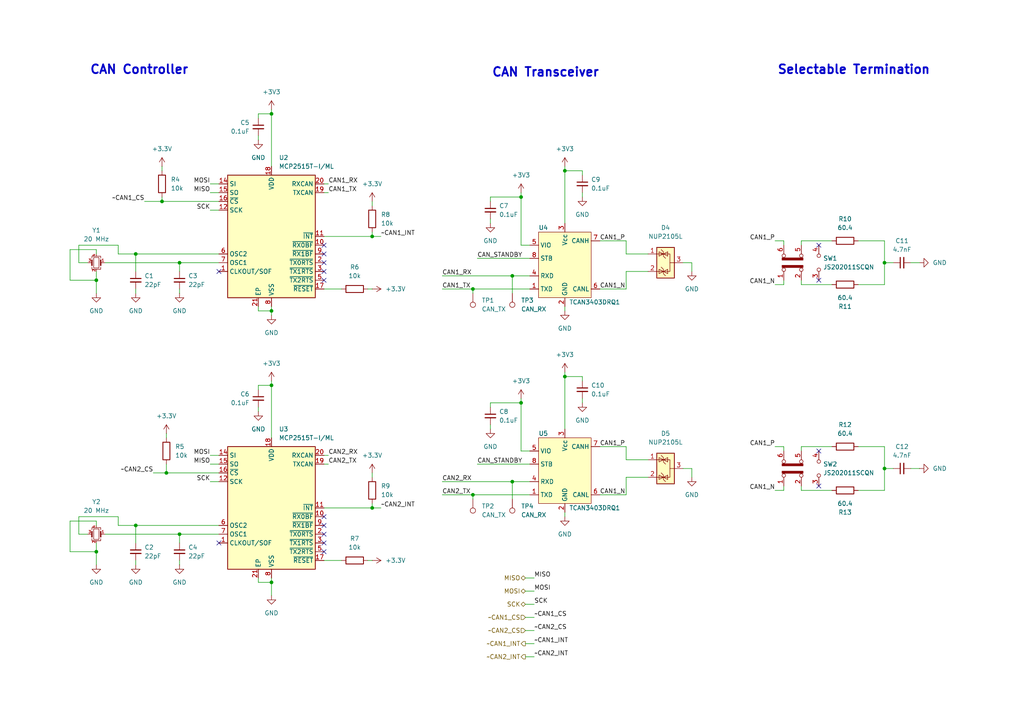
<source format=kicad_sch>
(kicad_sch (version 20250114) (generator "eeschema") (generator_version "9.0")
  (paper "A4")
  (lib_symbols
    (symbol "+3.3V_1" (power) (pin_numbers (hide yes)) (pin_names (offset 0) (hide yes))
      (property "Value" "+3.3V" (at 0 3.556 0))
      (symbol "+3.3V_1_0_1"
        (polyline (pts (xy -0.762 1.27) (xy 0 2.54)))
        (polyline (pts (xy 0 2.54) (xy 0.762 1.27)))
        (polyline (pts (xy 0 0) (xy 0 2.54)))
      )
      (symbol "+3.3V_1_1_1"
        (pin power_in line (at 0 0 90) (length 0) (name "~") (number "1"))
      )
    )
    (symbol "+3.3V_2" (power) (pin_numbers (hide yes)) (pin_names (offset 0) (hide yes))
      (property "Value" "+3.3V" (at 0 3.556 0))
      (symbol "+3.3V_2_0_1"
        (polyline (pts (xy -0.762 1.27) (xy 0 2.54)))
        (polyline (pts (xy 0 2.54) (xy 0.762 1.27)))
        (polyline (pts (xy 0 0) (xy 0 2.54)))
      )
      (symbol "+3.3V_2_1_1"
        (pin power_in line (at 0 0 90) (length 0) (name "~") (number "1"))
      )
    )
    (symbol "Connector:TestPoint" (pin_numbers (hide yes)) (pin_names (offset 0.762) (hide yes))
      (property "Reference" "TP" (at 0 6.858 0))
      (property "Value" "TestPoint" (at 0 5.08 0))
      (symbol "TestPoint_0_1"
        (circle (center 0 3.302) (radius 0.762))
      )
      (symbol "TestPoint_1_1"
        (pin passive line (at 0 0 90) (length 2.54) (name "1") (number "1"))
      )
    )
    (symbol "Device:C_Small" (pin_numbers (hide yes)) (pin_names (offset 0.254) (hide yes))
      (property "Reference" "C" (at 0.254 1.778 0))
      (property "Value" "C_Small" (at 0.254 -2.032 0))
      (symbol "C_Small_0_1"
        (polyline (pts (xy -1.524 0.508) (xy 1.524 0.508)) (stroke (width 0.3048)))
        (polyline (pts (xy -1.524 -0.508) (xy 1.524 -0.508)) (stroke (width 0.3302)))
      )
      (symbol "C_Small_1_1"
        (pin passive line (at 0 2.54 270) (length 2.032) (name "~") (number "1"))
        (pin passive line (at 0 -2.54 90) (length 2.032) (name "~") (number "2"))
      )
    )
    (symbol "Device:Crystal_GND24_Small" (pin_names (offset 1.016) (hide yes))
      (property "Reference" "Y" (at 1.27 4.445 0))
      (property "Value" "Crystal_GND24_Small" (at 1.27 2.54 0))
      (symbol "Crystal_GND24_Small_0_1"
        (polyline (pts (xy -1.27 1.27) (xy -1.27 1.905) (xy 1.27 1.905) (xy 1.27 1.27)))
        (polyline (pts (xy -1.27 -0.762) (xy -1.27 0.762)) (stroke (width 0.381)))
        (polyline (pts (xy -1.27 -1.27) (xy -1.27 -1.905) (xy 1.27 -1.905) (xy 1.27 -1.27)))
        (rectangle (start -0.762 -1.524) (end 0.762 1.524))
        (polyline (pts (xy 1.27 -0.762) (xy 1.27 0.762)) (stroke (width 0.381)))
      )
      (symbol "Crystal_GND24_Small_1_1"
        (pin passive line (at -2.54 0 0) (length 1.27) (name "1") (number "1"))
        (pin passive line (at 0 2.54 270) (length 0.635) (name "4") (number "4"))
        (pin passive line (at 0 -2.54 90) (length 0.635) (name "2") (number "2"))
        (pin passive line (at 2.54 0 180) (length 1.27) (name "3") (number "3"))
      )
    )
    (symbol "Device:R" (pin_numbers (hide yes)) (pin_names (offset 0))
      (property "Reference" "R" (at 2.032 0 90))
      (property "Value" "R" (at 0 0 90))
      (symbol "R_0_1"
        (rectangle (start -1.016 -2.54) (end 1.016 2.54) (stroke (width 0.254)))
      )
      (symbol "R_1_1"
        (pin passive line (at 0 3.81 270) (length 1.27) (name "~") (number "1"))
        (pin passive line (at 0 -3.81 90) (length 1.27) (name "~") (number "2"))
      )
    )
    (symbol "GND_1" (power) (pin_numbers (hide yes)) (pin_names (offset 0) (hide yes))
      (property "Value" "GND" (at 0 -3.81 0))
      (symbol "GND_1_0_1"
        (polyline (pts (xy 0 0) (xy 0 -1.27) (xy 1.27 -1.27) (xy 0 -2.54) (xy -1.27 -1.27) (xy 0 -1.27)))
      )
      (symbol "GND_1_1_1"
        (pin power_in line (at 0 0 270) (length 0) (name "~") (number "1"))
      )
    )
    (symbol "GND_2" (power) (pin_numbers (hide yes)) (pin_names (offset 0) (hide yes))
      (property "Value" "GND" (at 0 -3.81 0))
      (symbol "GND_2_0_1"
        (polyline (pts (xy 0 0) (xy 0 -1.27) (xy 1.27 -1.27) (xy 0 -2.54) (xy -1.27 -1.27) (xy 0 -1.27)))
      )
      (symbol "GND_2_1_1"
        (pin power_in line (at 0 0 270) (length 0) (name "~") (number "1"))
      )
    )
    (symbol "GND_3" (power) (pin_numbers (hide yes)) (pin_names (offset 0) (hide yes))
      (property "Value" "GND" (at 0 -3.81 0))
      (symbol "GND_3_0_1"
        (polyline (pts (xy 0 0) (xy 0 -1.27) (xy 1.27 -1.27) (xy 0 -2.54) (xy -1.27 -1.27) (xy 0 -1.27)))
      )
      (symbol "GND_3_1_1"
        (pin power_in line (at 0 0 270) (length 0) (name "~") (number "1"))
      )
    )
    (symbol "Interface_CAN_LIN:TCAN3403DRQ1"
      (property "Reference" "U" (at -7.62 10.16 0))
      (property "Value" "TCAN3403DRQ1" (at 8.89 -11.43 0))
      (symbol "TCAN3403DRQ1_0_0"
        (pin power_in line (at -10.16 5.08 0) (length 2.54) (name "VIO") (number "5"))
        (pin input line (at -10.16 1.27 0) (length 2.54) (name "STB") (number "8"))
        (pin output line (at -10.16 -3.81 0) (length 2.54) (name "RXD") (number "4"))
        (pin input line (at -10.16 -7.62 0) (length 2.54) (name "TXD") (number "1"))
        (pin power_in line (at 0 11.43 270) (length 2.54) (name "Vcc") (number "3"))
        (pin power_out line (at 0 -12.7 90) (length 2.54) (name "GND") (number "2"))
        (pin bidirectional line (at 10.16 6.35 180) (length 2.54) (name "CANH") (number "7"))
        (pin bidirectional line (at 10.16 -7.62 180) (length 2.54) (name "CANL") (number "6"))
      )
      (symbol "TCAN3403DRQ1_0_1"
        (rectangle (start -7.62 8.89) (end 7.62 -10.16) (fill (type background)))
      )
    )
    (symbol "Power_Protection:NUP2105L" (pin_names (hide yes))
      (property "Reference" "D" (at 5.715 2.54 0))
      (property "Value" "NUP2105L" (at 5.715 0.635 0))
      (symbol "NUP2105L_0_0"
        (pin passive line (at 0 -5.08 90) (length 2.54) (name "A") (number "3"))
      )
      (symbol "NUP2105L_0_1"
        (rectangle (start -4.445 2.54) (end 4.445 -2.54) (stroke (width 0.254)) (fill (type background)))
        (polyline (pts (xy -3.81 1.27) (xy -3.175 0.635) (xy -1.905 0.635) (xy -1.27 0)))
        (polyline (pts (xy -2.54 2.54) (xy -2.54 0.635)))
        (polyline (pts (xy -2.54 0.635) (xy -2.54 -1.27) (xy 2.54 -1.27) (xy 2.54 0.635)))
        (polyline (pts (xy -2.54 0.635) (xy -1.905 -0.635) (xy -3.175 -0.635) (xy -2.54 0.635)))
        (polyline (pts (xy -2.54 0.635) (xy -3.175 1.905) (xy -1.905 1.905) (xy -2.54 0.635) (xy -2.54 1.27)))
        (polyline (pts (xy 0 -1.27) (xy 0 -2.54)))
        (polyline (pts (xy 1.27 1.27) (xy 1.905 0.635) (xy 2.54 0.635) (xy 3.175 0.635) (xy 3.81 0)))
        (polyline (pts (xy 2.54 2.54) (xy 2.54 0.635)))
        (polyline (pts (xy 2.54 0.635) (xy 1.905 -0.635) (xy 3.175 -0.635) (xy 2.54 0.635)))
        (polyline (pts (xy 2.54 0.635) (xy 3.175 1.905) (xy 1.905 1.905) (xy 2.54 0.635)))
      )
      (symbol "NUP2105L_1_1"
        (pin passive line (at -2.54 5.08 270) (length 2.54) (name "K") (number "1"))
        (pin passive line (at 2.54 5.08 270) (length 2.54) (name "K") (number "2"))
      )
    )
    (symbol "Switch:SW_Slide_DPDT" (pin_names (offset 0) (hide yes))
      (property "Reference" "SW" (at 0 6.858 0))
      (property "Value" "SW_Slide_DPDT" (at 0 -8.128 0))
      (symbol "SW_Slide_DPDT_0_0"
        (circle (center -2.032 5.08) (radius 0.508))
        (circle (center -2.032 -5.08) (radius 0.508))
        (circle (center 2.032 0) (radius 0.508))
        (circle (center 2.032 -5.08) (radius 0.508))
      )
      (symbol "SW_Slide_DPDT_0_1"
        (circle (center -2.032 0) (radius 0.508))
        (circle (center 2.032 5.08) (radius 0.508))
      )
      (symbol "SW_Slide_DPDT_1_1"
        (rectangle (start -1.397 5.588) (end -0.762 -0.508) (fill (type outline)))
        (rectangle (start 0.762 5.588) (end 1.397 -0.508) (fill (type outline)))
        (pin passive line (at -5.08 5.08 0) (length 2.54) (name "A") (number "1"))
        (pin passive line (at -5.08 0 0) (length 2.54) (name "B") (number "2"))
        (pin passive line (at -5.08 -5.08 0) (length 2.54) (name "C") (number "3"))
        (pin passive line (at 5.08 5.08 180) (length 2.54) (name "C") (number "6"))
        (pin passive line (at 5.08 0 180) (length 2.54) (name "B") (number "5"))
        (pin passive line (at 5.08 -5.08 180) (length 2.54) (name "A") (number "4"))
      )
    )
    (symbol "can_datalogger_board:MCP2515T-I/ML"
      (property "Reference" "U" (at -10.16 19.685 0))
      (property "Value" "MCP2515T-I/ML" (at 19.05 20.32 0))
      (symbol "MCP2515T-I/ML_0_1"
        (rectangle (start -12.7 17.78) (end 12.7 -17.78) (stroke (width 0.254)) (fill (type background)))
      )
      (symbol "MCP2515T-I/ML_1_0"
        (pin power_out line (at -3.81 -20.32 90) (length 2.54) (name "EP") (number "21"))
      )
      (symbol "MCP2515T-I/ML_1_1"
        (pin input line (at -15.24 15.24 0) (length 2.54) (name "SI") (number "14"))
        (pin output line (at -15.24 12.7 0) (length 2.54) (name "SO") (number "15"))
        (pin input line (at -15.24 10.16 0) (length 2.54) (name "~{CS}") (number "16"))
        (pin input line (at -15.24 7.62 0) (length 2.54) (name "SCK") (number "12"))
        (pin output line (at -15.24 -5.08 0) (length 2.54) (name "OSC2") (number "6"))
        (pin input line (at -15.24 -7.62 0) (length 2.54) (name "OSC1") (number "7"))
        (pin output line (at -15.24 -10.16 0) (length 2.54) (name "CLKOUT/SOF") (number "1"))
        (pin power_in line (at 0 20.32 270) (length 2.54) (name "VDD") (number "18"))
        (pin power_in line (at 0 -20.32 90) (length 2.54) (name "VSS") (number "8"))
        (pin input line (at 15.24 15.24 180) (length 2.54) (name "RXCAN") (number "20"))
        (pin output line (at 15.24 12.7 180) (length 2.54) (name "TXCAN") (number "19"))
        (pin output line (at 15.24 0 180) (length 2.54) (name "~{INT}") (number "11"))
        (pin output line (at 15.24 -2.54 180) (length 2.54) (name "~{RX0BF}") (number "10"))
        (pin output line (at 15.24 -5.08 180) (length 2.54) (name "~{RX1BF}") (number "9"))
        (pin input line (at 15.24 -7.62 180) (length 2.54) (name "~{TX0RTS}") (number "2"))
        (pin input line (at 15.24 -10.16 180) (length 2.54) (name "~{TX1RTS}") (number "3"))
        (pin input line (at 15.24 -12.7 180) (length 2.54) (name "~{TX2RTS}") (number "5"))
        (pin input line (at 15.24 -15.24 180) (length 2.54) (name "~{RESET}") (number "17"))
      )
    )
    (symbol "power:+3.3V" (power) (pin_names (offset 0))
      (property "Value" "+3.3V" (at 0 3.556 0))
      (symbol "+3.3V_0_1"
        (polyline (pts (xy -0.762 1.27) (xy 0 2.54)))
        (polyline (pts (xy 0 2.54) (xy 0.762 1.27)))
        (polyline (pts (xy 0 0) (xy 0 2.54)))
      )
      (symbol "+3.3V_1_1"
        (pin power_in line (at 0 0 90) (length 0) (hide yes) (name "+3V3") (number "1"))
      )
    )
    (symbol "power:GND" (power) (pin_names (offset 0))
      (property "Value" "GND" (at 0 -3.81 0))
      (symbol "GND_0_1"
        (polyline (pts (xy 0 0) (xy 0 -1.27) (xy 1.27 -1.27) (xy 0 -2.54) (xy -1.27 -1.27) (xy 0 -1.27)))
      )
      (symbol "GND_1_1"
        (pin power_in line (at 0 0 270) (length 0) (hide yes) (name "GND") (number "1"))
      )
    )
  )
  (text "Selectable Termination" (at 247.65 20.32 0) (effects (font (size 2.54 2.54) (thickness 0.508) (bold yes))))
  (text "CAN Transceiver" (at 158.242 21.082 0) (effects (font (size 2.54 2.54) (thickness 0.508) (bold yes))))
  (text "CAN Controller" (at 40.386 20.32 0) (effects (font (size 2.54 2.54) (thickness 0.508) (bold yes))))
  (junction (at 256.54 76.2))
  (junction (at 48.26 137.16))
  (junction (at 151.13 116.84))
  (junction (at 52.07 76.2))
  (junction (at 148.59 139.7))
  (junction (at 39.37 73.66))
  (junction (at 256.54 135.89))
  (junction (at 163.83 109.22))
  (junction (at 137.16 83.82))
  (junction (at 137.16 143.51))
  (junction (at 107.95 147.32))
  (junction (at 78.74 33.02))
  (junction (at 52.07 154.94))
  (junction (at 27.94 160.02))
  (junction (at 163.83 49.53))
  (junction (at 148.59 80.01))
  (junction (at 107.95 68.58))
  (junction (at 78.74 111.76))
  (junction (at 27.94 81.28))
  (junction (at 78.74 90.17))
  (junction (at 151.13 57.15))
  (junction (at 46.99 58.42))
  (junction (at 39.37 152.4))
  (junction (at 78.74 168.91))
  (no_connect (at 93.98 149.86))
  (no_connect (at 93.98 152.4))
  (no_connect (at 93.98 78.74))
  (no_connect (at 93.98 157.48))
  (no_connect (at 93.98 71.12))
  (no_connect (at 93.98 76.2))
  (no_connect (at 237.49 130.81))
  (no_connect (at 63.5 78.74))
  (no_connect (at 93.98 81.28))
  (no_connect (at 93.98 73.66))
  (no_connect (at 63.5 157.48))
  (no_connect (at 237.49 81.28))
  (no_connect (at 93.98 154.94))
  (no_connect (at 237.49 140.97))
  (no_connect (at 93.98 160.02))
  (no_connect (at 237.49 71.12))
  (wire (pts (xy 128.27 143.51) (xy 137.16 143.51)))
  (wire (pts (xy 142.24 57.15) (xy 142.24 58.42)))
  (wire (pts (xy 20.32 81.28) (xy 27.94 81.28)))
  (wire (pts (xy 39.37 73.66) (xy 39.37 78.74)))
  (wire (pts (xy 93.98 132.08) (xy 95.25 132.08)))
  (wire (pts (xy 22.86 154.94) (xy 22.86 149.86)))
  (wire (pts (xy 78.74 110.49) (xy 78.74 111.76)))
  (wire (pts (xy 106.68 162.56) (xy 107.95 162.56)))
  (wire (pts (xy 151.13 130.81) (xy 151.13 116.84)))
  (wire (pts (xy 107.95 68.58) (xy 110.49 68.58)))
  (wire (pts (xy 107.95 58.42) (xy 107.95 59.69)))
  (wire (pts (xy 46.99 57.15) (xy 46.99 58.42)))
  (wire (pts (xy 232.41 142.24) (xy 232.41 140.97)))
  (wire (pts (xy 152.4 190.5) (xy 154.94 190.5)))
  (wire (pts (xy 227.33 129.54) (xy 227.33 130.81)))
  (wire (pts (xy 200.66 138.43) (xy 200.66 135.89)))
  (wire (pts (xy 256.54 129.54) (xy 256.54 135.89)))
  (wire (pts (xy 48.26 125.73) (xy 48.26 127)))
  (wire (pts (xy 241.3 82.55) (xy 232.41 82.55)))
  (wire (pts (xy 148.59 139.7) (xy 153.67 139.7)))
  (wire (pts (xy 48.26 134.62) (xy 48.26 137.16)))
  (wire (pts (xy 163.83 48.26) (xy 163.83 49.53)))
  (wire (pts (xy 227.33 82.55) (xy 227.33 81.28)))
  (wire (pts (xy 163.83 49.53) (xy 168.91 49.53)))
  (wire (pts (xy 74.93 33.02) (xy 78.74 33.02)))
  (wire (pts (xy 137.16 83.82) (xy 153.67 83.82)))
  (wire (pts (xy 153.67 71.12) (xy 151.13 71.12)))
  (wire (pts (xy 173.99 143.51) (xy 181.61 143.51)))
  (wire (pts (xy 152.4 175.26) (xy 154.94 175.26)))
  (wire (pts (xy 151.13 115.57) (xy 151.13 116.84)))
  (wire (pts (xy 181.61 78.74) (xy 187.96 78.74)))
  (wire (pts (xy 137.16 83.82) (xy 137.16 85.09)))
  (wire (pts (xy 232.41 129.54) (xy 232.41 130.81)))
  (wire (pts (xy 153.67 130.81) (xy 151.13 130.81)))
  (wire (pts (xy 152.4 167.64) (xy 154.94 167.64)))
  (wire (pts (xy 148.59 80.01) (xy 153.67 80.01)))
  (wire (pts (xy 22.86 76.2) (xy 22.86 71.12)))
  (wire (pts (xy 142.24 116.84) (xy 142.24 118.11)))
  (wire (pts (xy 78.74 31.75) (xy 78.74 33.02)))
  (wire (pts (xy 74.93 113.03) (xy 74.93 111.76)))
  (wire (pts (xy 27.94 151.13) (xy 20.32 151.13)))
  (wire (pts (xy 34.29 71.12) (xy 34.29 73.66)))
  (wire (pts (xy 60.96 55.88) (xy 63.5 55.88)))
  (wire (pts (xy 241.3 69.85) (xy 232.41 69.85)))
  (wire (pts (xy 20.32 151.13) (xy 20.32 160.02)))
  (wire (pts (xy 151.13 55.88) (xy 151.13 57.15)))
  (wire (pts (xy 148.59 80.01) (xy 148.59 85.09)))
  (wire (pts (xy 74.93 118.11) (xy 74.93 119.38)))
  (wire (pts (xy 34.29 73.66) (xy 39.37 73.66)))
  (wire (pts (xy 241.3 129.54) (xy 232.41 129.54)))
  (wire (pts (xy 152.4 179.07) (xy 154.94 179.07)))
  (wire (pts (xy 25.4 76.2) (xy 22.86 76.2)))
  (wire (pts (xy 163.83 109.22) (xy 168.91 109.22)))
  (wire (pts (xy 200.66 135.89) (xy 198.12 135.89)))
  (wire (pts (xy 27.94 81.28) (xy 27.94 85.09)))
  (wire (pts (xy 224.79 142.24) (xy 227.33 142.24)))
  (wire (pts (xy 22.86 149.86) (xy 34.29 149.86)))
  (wire (pts (xy 22.86 71.12) (xy 34.29 71.12)))
  (wire (pts (xy 52.07 162.56) (xy 52.07 163.83)))
  (wire (pts (xy 93.98 134.62) (xy 95.25 134.62)))
  (wire (pts (xy 27.94 152.4) (xy 27.94 151.13)))
  (wire (pts (xy 78.74 88.9) (xy 78.74 90.17)))
  (wire (pts (xy 248.92 69.85) (xy 256.54 69.85)))
  (wire (pts (xy 93.98 147.32) (xy 107.95 147.32)))
  (wire (pts (xy 39.37 152.4) (xy 39.37 157.48)))
  (wire (pts (xy 152.4 186.69) (xy 154.94 186.69)))
  (wire (pts (xy 137.16 143.51) (xy 137.16 144.78)))
  (wire (pts (xy 173.99 129.54) (xy 181.61 129.54)))
  (wire (pts (xy 200.66 76.2) (xy 198.12 76.2)))
  (wire (pts (xy 93.98 53.34) (xy 95.25 53.34)))
  (wire (pts (xy 152.4 171.45) (xy 154.94 171.45)))
  (wire (pts (xy 173.99 83.82) (xy 181.61 83.82)))
  (wire (pts (xy 248.92 142.24) (xy 256.54 142.24)))
  (wire (pts (xy 41.91 58.42) (xy 46.99 58.42)))
  (wire (pts (xy 107.95 147.32) (xy 110.49 147.32)))
  (wire (pts (xy 46.99 58.42) (xy 63.5 58.42)))
  (wire (pts (xy 60.96 132.08) (xy 63.5 132.08)))
  (wire (pts (xy 248.92 82.55) (xy 256.54 82.55)))
  (wire (pts (xy 163.83 109.22) (xy 163.83 124.46)))
  (wire (pts (xy 106.68 83.82) (xy 107.95 83.82)))
  (wire (pts (xy 52.07 154.94) (xy 52.07 157.48)))
  (wire (pts (xy 74.93 39.37) (xy 74.93 40.64)))
  (wire (pts (xy 27.94 72.39) (xy 20.32 72.39)))
  (wire (pts (xy 128.27 83.82) (xy 137.16 83.82)))
  (wire (pts (xy 163.83 49.53) (xy 163.83 64.77)))
  (wire (pts (xy 52.07 76.2) (xy 52.07 78.74)))
  (wire (pts (xy 264.16 76.2) (xy 266.7 76.2)))
  (wire (pts (xy 25.4 154.94) (xy 22.86 154.94)))
  (wire (pts (xy 151.13 71.12) (xy 151.13 57.15)))
  (wire (pts (xy 256.54 76.2) (xy 259.08 76.2)))
  (wire (pts (xy 224.79 82.55) (xy 227.33 82.55)))
  (wire (pts (xy 107.95 137.16) (xy 107.95 138.43)))
  (wire (pts (xy 168.91 57.15) (xy 168.91 55.88)))
  (wire (pts (xy 78.74 111.76) (xy 78.74 127)))
  (wire (pts (xy 181.61 129.54) (xy 181.61 133.35)))
  (wire (pts (xy 27.94 73.66) (xy 27.94 72.39)))
  (wire (pts (xy 256.54 142.24) (xy 256.54 135.89)))
  (wire (pts (xy 46.99 48.26) (xy 46.99 49.53)))
  (wire (pts (xy 248.92 129.54) (xy 256.54 129.54)))
  (wire (pts (xy 137.16 143.51) (xy 153.67 143.51)))
  (wire (pts (xy 173.99 69.85) (xy 181.61 69.85)))
  (wire (pts (xy 232.41 69.85) (xy 232.41 71.12)))
  (wire (pts (xy 39.37 162.56) (xy 39.37 163.83)))
  (wire (pts (xy 93.98 162.56) (xy 99.06 162.56)))
  (wire (pts (xy 224.79 69.85) (xy 227.33 69.85)))
  (wire (pts (xy 27.94 160.02) (xy 27.94 163.83)))
  (wire (pts (xy 93.98 68.58) (xy 107.95 68.58)))
  (wire (pts (xy 74.93 111.76) (xy 78.74 111.76)))
  (wire (pts (xy 78.74 168.91) (xy 78.74 172.72)))
  (wire (pts (xy 128.27 80.01) (xy 148.59 80.01)))
  (wire (pts (xy 93.98 83.82) (xy 99.06 83.82)))
  (wire (pts (xy 138.43 134.62) (xy 153.67 134.62)))
  (wire (pts (xy 20.32 160.02) (xy 27.94 160.02)))
  (wire (pts (xy 181.61 138.43) (xy 187.96 138.43)))
  (wire (pts (xy 60.96 139.7) (xy 63.5 139.7)))
  (wire (pts (xy 52.07 76.2) (xy 63.5 76.2)))
  (wire (pts (xy 264.16 135.89) (xy 266.7 135.89)))
  (wire (pts (xy 181.61 73.66) (xy 187.96 73.66)))
  (wire (pts (xy 224.79 129.54) (xy 227.33 129.54)))
  (wire (pts (xy 163.83 88.9) (xy 163.83 90.17)))
  (wire (pts (xy 74.93 168.91) (xy 78.74 168.91)))
  (wire (pts (xy 142.24 123.19) (xy 142.24 124.46)))
  (wire (pts (xy 107.95 67.31) (xy 107.95 68.58)))
  (wire (pts (xy 44.45 137.16) (xy 48.26 137.16)))
  (wire (pts (xy 181.61 69.85) (xy 181.61 73.66)))
  (wire (pts (xy 74.93 88.9) (xy 74.93 90.17)))
  (wire (pts (xy 39.37 83.82) (xy 39.37 85.09)))
  (wire (pts (xy 78.74 90.17) (xy 78.74 91.44)))
  (wire (pts (xy 107.95 146.05) (xy 107.95 147.32)))
  (wire (pts (xy 74.93 34.29) (xy 74.93 33.02)))
  (wire (pts (xy 48.26 137.16) (xy 63.5 137.16)))
  (wire (pts (xy 20.32 72.39) (xy 20.32 81.28)))
  (wire (pts (xy 256.54 135.89) (xy 259.08 135.89)))
  (wire (pts (xy 232.41 82.55) (xy 232.41 81.28)))
  (wire (pts (xy 34.29 152.4) (xy 39.37 152.4)))
  (wire (pts (xy 168.91 116.84) (xy 168.91 115.57)))
  (wire (pts (xy 93.98 55.88) (xy 95.25 55.88)))
  (wire (pts (xy 39.37 73.66) (xy 63.5 73.66)))
  (wire (pts (xy 227.33 142.24) (xy 227.33 140.97)))
  (wire (pts (xy 30.48 76.2) (xy 52.07 76.2)))
  (wire (pts (xy 138.43 74.93) (xy 153.67 74.93)))
  (wire (pts (xy 52.07 83.82) (xy 52.07 85.09)))
  (wire (pts (xy 60.96 134.62) (xy 63.5 134.62)))
  (wire (pts (xy 152.4 182.88) (xy 154.94 182.88)))
  (wire (pts (xy 74.93 167.64) (xy 74.93 168.91)))
  (wire (pts (xy 163.83 148.59) (xy 163.83 149.86)))
  (wire (pts (xy 181.61 133.35) (xy 187.96 133.35)))
  (wire (pts (xy 181.61 83.82) (xy 181.61 78.74)))
  (wire (pts (xy 27.94 157.48) (xy 27.94 160.02)))
  (wire (pts (xy 168.91 110.49) (xy 168.91 109.22)))
  (wire (pts (xy 142.24 63.5) (xy 142.24 64.77)))
  (wire (pts (xy 39.37 152.4) (xy 63.5 152.4)))
  (wire (pts (xy 30.48 154.94) (xy 52.07 154.94)))
  (wire (pts (xy 34.29 149.86) (xy 34.29 152.4)))
  (wire (pts (xy 168.91 50.8) (xy 168.91 49.53)))
  (wire (pts (xy 227.33 69.85) (xy 227.33 71.12)))
  (wire (pts (xy 256.54 69.85) (xy 256.54 76.2)))
  (wire (pts (xy 181.61 143.51) (xy 181.61 138.43)))
  (wire (pts (xy 60.96 60.96) (xy 63.5 60.96)))
  (wire (pts (xy 151.13 57.15) (xy 142.24 57.15)))
  (wire (pts (xy 78.74 167.64) (xy 78.74 168.91)))
  (wire (pts (xy 256.54 82.55) (xy 256.54 76.2)))
  (wire (pts (xy 60.96 53.34) (xy 63.5 53.34)))
  (wire (pts (xy 151.13 116.84) (xy 142.24 116.84)))
  (wire (pts (xy 52.07 154.94) (xy 63.5 154.94)))
  (wire (pts (xy 163.83 107.95) (xy 163.83 109.22)))
  (wire (pts (xy 148.59 139.7) (xy 148.59 144.78)))
  (wire (pts (xy 78.74 33.02) (xy 78.74 48.26)))
  (wire (pts (xy 128.27 139.7) (xy 148.59 139.7)))
  (wire (pts (xy 74.93 90.17) (xy 78.74 90.17)))
  (wire (pts (xy 200.66 78.74) (xy 200.66 76.2)))
  (wire (pts (xy 241.3 142.24) (xy 232.41 142.24)))
  (wire (pts (xy 27.94 78.74) (xy 27.94 81.28)))
  (label "CAN1_P" (at 173.99 129.54 0))
  (label "MISO" (at 154.94 167.64 0))
  (label "MISO" (at 60.96 134.62 180))
  (label "CAN2_RX" (at 95.25 132.08 0))
  (label "CAN1_N" (at 224.79 142.24 180))
  (label "CAN1_TX" (at 95.25 55.88 0))
  (label "CAN_STANDBY" (at 138.43 74.93 0))
  (label "CAN2_TX" (at 128.27 143.51 0))
  (label "CAN1_P" (at 173.99 69.85 0))
  (label "MOSI" (at 60.96 132.08 180))
  (label "MISO" (at 60.96 55.88 180))
  (label "SCK" (at 60.96 139.7 180))
  (label "SCK" (at 154.94 175.26 0))
  (label "CAN1_N" (at 173.99 143.51 0))
  (label "CAN1_RX" (at 95.25 53.34 0))
  (label "MOSI" (at 60.96 53.34 180))
  (label "CAN2_RX" (at 128.27 139.7 0))
  (label "CAN1_N" (at 173.99 83.82 0))
  (label "CAN2_TX" (at 95.25 134.62 0))
  (label "~CAN2_CS" (at 44.45 137.16 180))
  (label "CAN1_RX" (at 128.27 80.01 0))
  (label "~CAN2_CS" (at 154.94 182.88 0))
  (label "~CAN2_INT" (at 110.49 147.32 0))
  (label "CAN_STANDBY" (at 138.43 134.62 0))
  (label "~CAN2_INT" (at 154.94 190.5 0))
  (label "~CAN1_CS" (at 41.91 58.42 180))
  (label "CAN1_P" (at 224.79 69.85 180))
  (label "~CAN1_CS" (at 154.94 179.07 0))
  (label "CAN1_TX" (at 128.27 83.82 0))
  (label "CAN1_N" (at 224.79 82.55 180))
  (label "MOSI" (at 154.94 171.45 0))
  (label "~CAN1_INT" (at 154.94 186.69 0))
  (label "~CAN1_INT" (at 110.49 68.58 0))
  (label "CAN1_P" (at 224.79 129.54 180))
  (label "SCK" (at 60.96 60.96 180))
  (hierarchical_label "MISO" (shape bidirectional) (at 152.4 167.64 180))
  (hierarchical_label "MOSI" (shape bidirectional) (at 152.4 171.45 180))
  (hierarchical_label "SCK" (shape bidirectional) (at 152.4 175.26 180))
  (hierarchical_label "~CAN1_INT" (shape output) (at 152.4 186.69 180))
  (hierarchical_label "~CAN2_INT" (shape output) (at 152.4 190.5 180))
  (hierarchical_label "~CAN1_CS" (shape input) (at 152.4 179.07 180))
  (hierarchical_label "~CAN2_CS" (shape input) (at 152.4 182.88 180))
  (symbol (lib_id "power:GND") (at 142.24 64.77 0) (unit 1)
    (property "Reference" "#PWR026" (effects (hide yes)))
    (property "Value" "GND" (at 142.24 69.85 0))
  )
  (symbol (lib_id "Switch:SW_Slide_DPDT") (at 232.41 135.89 90) (unit 1)
    (property "Reference" "SW2" (at 238.76 134.6199 90) (effects (justify right)))
    (property "Value" "JS202011SCQN" (at 238.76 137.1599 90) (effects (justify right)))
    (property "Footprint" "can_datalogger_board:SW_JS202011SCQN" (effects (hide yes)))
    (property "Description" "Slide Switch, dual pole double throw" (effects (hide yes)))
  )
  (symbol (lib_id "Power_Protection:NUP2105L") (at 193.04 135.89 90) (mirror x) (unit 1)
    (property "Reference" "D5" (at 193.04 125.73 90))
    (property "Value" "NUP2105L" (at 193.04 128.27 90))
    (property "Footprint" "Package_TO_SOT_SMD:SOT-23" (effects (hide yes)))
    (property "Datasheet" "http://www.onsemi.com/pub_link/Collateral/NUP2105L-D.PDF" (effects (hide yes)))
  )
  (symbol (lib_id "Device:R") (at 102.87 162.56 90) (unit 1)
    (property "Reference" "R7" (at 102.87 156.21 90))
    (property "Value" "10k" (at 102.87 158.75 90))
    (property "Footprint" "Resistor_SMD:R_0603_1608Metric" (effects (hide yes)))
    (property "Description" "Resistor" (effects (hide yes)))
  )
  (symbol (lib_id "Device:R") (at 46.99 53.34 0) (unit 1)
    (property "Reference" "R4" (at 49.53 52.0699 0) (effects (justify left)))
    (property "Value" "10k" (at 49.53 54.6099 0) (effects (justify left)))
    (property "Footprint" "Resistor_SMD:R_0603_1608Metric" (effects (hide yes)))
    (property "Description" "Resistor" (effects (hide yes)))
  )
  (symbol (lib_name "+3.3V_1") (lib_id "power:+3.3V") (at 107.95 162.56 270) (unit 1)
    (property "Reference" "#PWR025" (effects (hide yes)))
    (property "Value" "+3.3V" (at 111.76 162.5599 90) (effects (justify left)))
    (property "Description" "Power symbol creates a global label with name \"+3.3V\"" (effects (hide yes)))
  )
  (symbol (lib_id "Connector:TestPoint") (at 148.59 144.78 180) (unit 1)
    (property "Reference" "TP4" (at 151.13 146.8119 0) (effects (justify right)))
    (property "Value" "CAN_RX" (at 151.13 149.3519 0) (effects (justify right)))
    (property "Footprint" "TestPoint:TestPoint_Pad_D1.0mm" (effects (hide yes)))
  )
  (symbol (lib_id "power:+3.3V") (at 163.83 48.26 0) (unit 1)
    (property "Reference" "#PWR030" (effects (hide yes)))
    (property "Value" "+3V3" (at 163.83 43.18 0))
  )
  (symbol (lib_id "Device:C_Small") (at 168.91 113.03 0) (unit 1)
    (property "Reference" "C10" (at 171.45 111.7662 0) (effects (justify left)))
    (property "Value" "0.1uF" (at 171.45 114.3062 0) (effects (justify left)))
    (property "Footprint" "Capacitor_SMD:C_0603_1608Metric" (effects (hide yes)))
  )
  (symbol (lib_name "GND_2") (lib_id "power:GND") (at 52.07 85.09 0) (mirror y) (unit 1)
    (property "Reference" "#PWR014" (effects (hide yes)))
    (property "Value" "GND" (at 52.07 90.17 0))
    (property "Description" "Power symbol creates a global label with name \"GND\" , ground" (effects (hide yes)))
  )
  (symbol (lib_id "power:GND") (at 163.83 149.86 0) (unit 1)
    (property "Reference" "#PWR033" (effects (hide yes)))
    (property "Value" "GND" (at 163.83 154.94 0))
  )
  (symbol (lib_id "Power_Protection:NUP2105L") (at 193.04 76.2 90) (mirror x) (unit 1)
    (property "Reference" "D4" (at 193.04 66.04 90))
    (property "Value" "NUP2105L" (at 193.04 68.58 90))
    (property "Footprint" "Package_TO_SOT_SMD:SOT-23" (effects (hide yes)))
    (property "Datasheet" "http://www.onsemi.com/pub_link/Collateral/NUP2105L-D.PDF" (effects (hide yes)))
  )
  (symbol (lib_id "Interface_CAN_LIN:TCAN3403DRQ1") (at 163.83 135.89 0) (unit 1)
    (property "Reference" "U5" (at 156.21 125.73 0) (effects (justify left)))
    (property "Value" "TCAN3403DRQ1" (at 165.1 147.32 0) (effects (justify left)))
    (property "Footprint" "Package_SO:SOIC-8_3.9x4.9mm_P1.27mm" (effects (hide yes)))
  )
  (symbol (lib_id "power:+3.3V") (at 151.13 115.57 0) (unit 1)
    (property "Reference" "#PWR029" (effects (hide yes)))
    (property "Value" "+3V3" (at 151.13 110.49 0))
  )
  (symbol (lib_id "power:GND") (at 168.91 57.15 0) (unit 1)
    (property "Reference" "#PWR034" (effects (hide yes)))
    (property "Value" "GND" (at 168.91 62.23 0))
  )
  (symbol (lib_name "+3.3V_2") (lib_id "power:+3.3V") (at 46.99 48.26 0) (unit 1)
    (property "Reference" "#PWR012" (effects (hide yes)))
    (property "Value" "+3.3V" (at 46.99 43.18 0))
    (property "Description" "Power symbol creates a global label with name \"+3.3V\"" (effects (hide yes)))
  )
  (symbol (lib_name "+3.3V_2") (lib_id "power:+3.3V") (at 107.95 137.16 0) (unit 1)
    (property "Reference" "#PWR024" (effects (hide yes)))
    (property "Value" "+3.3V" (at 107.95 132.08 0))
    (property "Description" "Power symbol creates a global label with name \"+3.3V\"" (effects (hide yes)))
  )
  (symbol (lib_id "power:GND") (at 163.83 90.17 0) (unit 1)
    (property "Reference" "#PWR031" (effects (hide yes)))
    (property "Value" "GND" (at 163.83 95.25 0))
  )
  (symbol (lib_id "Device:C_Small") (at 52.07 81.28 0) (unit 1)
    (property "Reference" "C3" (at 54.61 80.0162 0) (effects (justify left)))
    (property "Value" "22pF" (at 54.61 82.5562 0) (effects (justify left)))
    (property "Footprint" "Capacitor_SMD:C_0603_1608Metric" (effects (hide yes)))
    (property "Description" "Unpolarized capacitor, small symbol" (effects (hide yes)))
  )
  (symbol (lib_id "Device:R") (at 48.26 130.81 0) (unit 1)
    (property "Reference" "R5" (at 50.8 129.5399 0) (effects (justify left)))
    (property "Value" "10k" (at 50.8 132.0799 0) (effects (justify left)))
    (property "Footprint" "Resistor_SMD:R_0603_1608Metric" (effects (hide yes)))
    (property "Description" "Resistor" (effects (hide yes)))
  )
  (symbol (lib_id "power:+3.3V") (at 151.13 55.88 0) (unit 1)
    (property "Reference" "#PWR028" (effects (hide yes)))
    (property "Value" "+3V3" (at 151.13 50.8 0))
  )
  (symbol (lib_id "Device:Crystal_GND24_Small") (at 27.94 154.94 0) (mirror y) (unit 1)
    (property "Reference" "Y2" (at 27.94 145.542 0))
    (property "Value" "20 MHz" (at 27.94 148.082 0))
    (property "Footprint" "Crystal:Crystal_SMD_2520-4Pin_2.5x2.0mm" (effects (hide yes)))
    (property "Description" "Four pin crystal, GND on pins 2 and 4, small symbol" (effects (hide yes)))
  )
  (symbol (lib_id "Device:C_Small") (at 261.62 76.2 90) (unit 1)
    (property "Reference" "C11" (at 261.6263 69.85 90))
    (property "Value" "4.7nF" (at 261.6263 72.39 90))
    (property "Footprint" "Capacitor_SMD:C_0603_1608Metric" (effects (hide yes)))
    (property "Description" "Unpolarized capacitor, small symbol" (effects (hide yes)))
  )
  (symbol (lib_id "Connector:TestPoint") (at 137.16 85.09 180) (unit 1)
    (property "Reference" "TP1" (at 139.7 87.1219 0) (effects (justify right)))
    (property "Value" "CAN_TX" (at 139.7 89.6619 0) (effects (justify right)))
    (property "Footprint" "TestPoint:TestPoint_Pad_D1.0mm" (effects (hide yes)))
  )
  (symbol (lib_id "Device:R") (at 102.87 83.82 90) (unit 1)
    (property "Reference" "R6" (at 102.87 77.47 90))
    (property "Value" "10k" (at 102.87 80.01 90))
    (property "Footprint" "Resistor_SMD:R_0603_1608Metric" (effects (hide yes)))
    (property "Description" "Resistor" (effects (hide yes)))
  )
  (symbol (lib_id "power:GND") (at 200.66 138.43 0) (unit 1)
    (property "Reference" "#PWR037" (effects (hide yes)))
    (property "Value" "GND" (at 200.66 143.51 0))
  )
  (symbol (lib_id "Connector:TestPoint") (at 137.16 144.78 180) (unit 1)
    (property "Reference" "TP2" (at 139.7 146.8119 0) (effects (justify right)))
    (property "Value" "CAN_TX" (at 139.7 149.3519 0) (effects (justify right)))
    (property "Footprint" "TestPoint:TestPoint_Pad_D1.0mm" (effects (hide yes)))
  )
  (symbol (lib_name "+3.3V_2") (lib_id "power:+3.3V") (at 107.95 58.42 0) (unit 1)
    (property "Reference" "#PWR022" (effects (hide yes)))
    (property "Value" "+3.3V" (at 107.95 53.34 0))
    (property "Description" "Power symbol creates a global label with name \"+3.3V\"" (effects (hide yes)))
  )
  (symbol (lib_id "Device:C_Small") (at 39.37 160.02 0) (unit 1)
    (property "Reference" "C2" (at 41.91 158.7562 0) (effects (justify left)))
    (property "Value" "22pF" (at 41.91 161.2962 0) (effects (justify left)))
    (property "Footprint" "Capacitor_SMD:C_0603_1608Metric" (effects (hide yes)))
    (property "Description" "Unpolarized capacitor, small symbol" (effects (hide yes)))
  )
  (symbol (lib_name "GND_3") (lib_id "power:GND") (at 266.7 76.2 90) (unit 1)
    (property "Reference" "#PWR038" (effects (hide yes)))
    (property "Value" "GND" (at 270.51 76.1999 90) (effects (justify right)))
    (property "Description" "Power symbol creates a global label with name \"GND\" , ground" (effects (hide yes)))
  )
  (symbol (lib_id "Device:R") (at 245.11 82.55 90) (mirror x) (unit 1)
    (property "Reference" "R11" (at 245.11 88.9 90))
    (property "Value" "60.4" (at 245.11 86.36 90))
    (property "Footprint" "Resistor_SMD:R_0603_1608Metric" (effects (hide yes)))
    (property "Description" "Resistor" (effects (hide yes)))
  )
  (symbol (lib_id "power:+3.3V") (at 78.74 31.75 0) (unit 1)
    (property "Reference" "#PWR018" (effects (hide yes)))
    (property "Value" "+3V3" (at 78.74 26.67 0))
  )
  (symbol (lib_id "Device:C_Small") (at 74.93 36.83 0) (mirror y) (unit 1)
    (property "Reference" "C5" (at 72.39 35.5662 0) (effects (justify left)))
    (property "Value" "0.1uF" (at 72.39 38.1062 0) (effects (justify left)))
    (property "Footprint" "Capacitor_SMD:C_0603_1608Metric" (effects (hide yes)))
    (property "Description" "Unpolarized capacitor, small symbol" (effects (hide yes)))
  )
  (symbol (lib_name "GND_3") (lib_id "power:GND") (at 266.7 135.89 90) (unit 1)
    (property "Reference" "#PWR039" (effects (hide yes)))
    (property "Value" "GND" (at 270.51 135.8899 90) (effects (justify right)))
    (property "Description" "Power symbol creates a global label with name \"GND\" , ground" (effects (hide yes)))
  )
  (symbol (lib_id "Device:C_Small") (at 39.37 81.28 0) (unit 1)
    (property "Reference" "C1" (at 41.91 80.0162 0) (effects (justify left)))
    (property "Value" "22pF" (at 41.91 82.5562 0) (effects (justify left)))
    (property "Footprint" "Capacitor_SMD:C_0603_1608Metric" (effects (hide yes)))
    (property "Description" "Unpolarized capacitor, small symbol" (effects (hide yes)))
  )
  (symbol (lib_name "GND_1") (lib_id "power:GND") (at 74.93 119.38 0) (mirror y) (unit 1)
    (property "Reference" "#PWR017" (effects (hide yes)))
    (property "Value" "GND" (at 74.93 124.46 0))
    (property "Description" "Power symbol creates a global label with name \"GND\" , ground" (effects (hide yes)))
  )
  (symbol (lib_name "GND_2") (lib_id "power:GND") (at 27.94 85.09 0) (mirror y) (unit 1)
    (property "Reference" "#PWR08" (effects (hide yes)))
    (property "Value" "GND" (at 27.94 90.17 0))
    (property "Description" "Power symbol creates a global label with name \"GND\" , ground" (effects (hide yes)))
  )
  (symbol (lib_id "Device:C_Small") (at 142.24 60.96 0) (unit 1)
    (property "Reference" "C7" (at 144.78 59.6962 0) (effects (justify left)))
    (property "Value" "0.1uF" (at 144.78 62.2362 0) (effects (justify left)))
    (property "Footprint" "Capacitor_SMD:C_0603_1608Metric" (effects (hide yes)))
  )
  (symbol (lib_id "Device:C_Small") (at 52.07 160.02 0) (unit 1)
    (property "Reference" "C4" (at 54.61 158.7562 0) (effects (justify left)))
    (property "Value" "22pF" (at 54.61 161.2962 0) (effects (justify left)))
    (property "Footprint" "Capacitor_SMD:C_0603_1608Metric" (effects (hide yes)))
    (property "Description" "Unpolarized capacitor, small symbol" (effects (hide yes)))
  )
  (symbol (lib_id "Device:C_Small") (at 74.93 115.57 0) (mirror y) (unit 1)
    (property "Reference" "C6" (at 72.39 114.3062 0) (effects (justify left)))
    (property "Value" "0.1uF" (at 72.39 116.8462 0) (effects (justify left)))
    (property "Footprint" "Capacitor_SMD:C_0603_1608Metric" (effects (hide yes)))
    (property "Description" "Unpolarized capacitor, small symbol" (effects (hide yes)))
  )
  (symbol (lib_id "Device:R") (at 107.95 63.5 0) (unit 1)
    (property "Reference" "R8" (at 110.49 62.2299 0) (effects (justify left)))
    (property "Value" "10k" (at 110.49 64.7699 0) (effects (justify left)))
    (property "Footprint" "Resistor_SMD:R_0603_1608Metric" (effects (hide yes)))
    (property "Description" "Resistor" (effects (hide yes)))
  )
  (symbol (lib_name "GND_2") (lib_id "power:GND") (at 39.37 163.83 0) (mirror y) (unit 1)
    (property "Reference" "#PWR011" (effects (hide yes)))
    (property "Value" "GND" (at 39.37 168.91 0))
    (property "Description" "Power symbol creates a global label with name \"GND\" , ground" (effects (hide yes)))
  )
  (symbol (lib_id "Device:R") (at 245.11 129.54 90) (unit 1)
    (property "Reference" "R12" (at 245.11 123.19 90))
    (property "Value" "60.4" (at 245.11 125.73 90))
    (property "Footprint" "Resistor_SMD:R_0603_1608Metric" (effects (hide yes)))
    (property "Description" "Resistor" (effects (hide yes)))
  )
  (symbol (lib_id "Device:R") (at 245.11 142.24 90) (mirror x) (unit 1)
    (property "Reference" "R13" (at 245.11 148.59 90))
    (property "Value" "60.4" (at 245.11 146.05 90))
    (property "Footprint" "Resistor_SMD:R_0603_1608Metric" (effects (hide yes)))
    (property "Description" "Resistor" (effects (hide yes)))
  )
  (symbol (lib_id "can_datalogger_board:MCP2515T-I/ML") (at 78.74 147.32 0) (unit 1)
    (property "Reference" "U3" (at 80.8833 124.46 0) (effects (justify left)))
    (property "Value" "MCP2515T-I/ML" (at 80.8833 127 0) (effects (justify left)))
    (property "Footprint" "Package_DFN_QFN:QFN-20-1EP_4x4mm_P0.5mm_EP2.5x2.5mm" (effects (hide yes)))
    (property "Datasheet" "http://ww1.microchip.com/downloads/en/DeviceDoc/21801e.pdf" (effects (hide yes)))
    (property "Description" "Stand-Alone CAN Controller with SPI Interface, SOIC-18" (effects (hide yes)))
  )
  (symbol (lib_name "GND_2") (lib_id "power:GND") (at 27.94 163.83 0) (mirror y) (unit 1)
    (property "Reference" "#PWR09" (effects (hide yes)))
    (property "Value" "GND" (at 27.94 168.91 0))
    (property "Description" "Power symbol creates a global label with name \"GND\" , ground" (effects (hide yes)))
  )
  (symbol (lib_id "Connector:TestPoint") (at 148.59 85.09 180) (unit 1)
    (property "Reference" "TP3" (at 151.13 87.1219 0) (effects (justify right)))
    (property "Value" "CAN_RX" (at 151.13 89.6619 0) (effects (justify right)))
    (property "Footprint" "TestPoint:TestPoint_Pad_D1.0mm" (effects (hide yes)))
  )
  (symbol (lib_id "power:+3.3V") (at 78.74 110.49 0) (unit 1)
    (property "Reference" "#PWR020" (effects (hide yes)))
    (property "Value" "+3V3" (at 78.74 105.41 0))
  )
  (symbol (lib_id "power:GND") (at 78.74 172.72 0) (unit 1)
    (property "Reference" "#PWR021" (effects (hide yes)))
    (property "Value" "GND" (at 78.74 177.8 0))
  )
  (symbol (lib_name "GND_1") (lib_id "power:GND") (at 74.93 40.64 0) (mirror y) (unit 1)
    (property "Reference" "#PWR016" (effects (hide yes)))
    (property "Value" "GND" (at 74.93 45.72 0))
    (property "Description" "Power symbol creates a global label with name \"GND\" , ground" (effects (hide yes)))
  )
  (symbol (lib_id "Device:C_Small") (at 142.24 120.65 0) (unit 1)
    (property "Reference" "C8" (at 144.78 119.3862 0) (effects (justify left)))
    (property "Value" "0.1uF" (at 144.78 121.9262 0) (effects (justify left)))
    (property "Footprint" "Capacitor_SMD:C_0603_1608Metric" (effects (hide yes)))
  )
  (symbol (lib_id "Device:R") (at 107.95 142.24 0) (unit 1)
    (property "Reference" "R9" (at 110.49 140.9699 0) (effects (justify left)))
    (property "Value" "10k" (at 110.49 143.5099 0) (effects (justify left)))
    (property "Footprint" "Resistor_SMD:R_0603_1608Metric" (effects (hide yes)))
    (property "Description" "Resistor" (effects (hide yes)))
  )
  (symbol (lib_id "power:GND") (at 168.91 116.84 0) (unit 1)
    (property "Reference" "#PWR035" (effects (hide yes)))
    (property "Value" "GND" (at 168.91 121.92 0))
  )
  (symbol (lib_id "Device:C_Small") (at 168.91 53.34 0) (unit 1)
    (property "Reference" "C9" (at 171.45 52.0762 0) (effects (justify left)))
    (property "Value" "0.1uF" (at 171.45 54.6162 0) (effects (justify left)))
    (property "Footprint" "Capacitor_SMD:C_0603_1608Metric" (effects (hide yes)))
  )
  (symbol (lib_id "power:GND") (at 200.66 78.74 0) (unit 1)
    (property "Reference" "#PWR036" (effects (hide yes)))
    (property "Value" "GND" (at 200.66 83.82 0))
  )
  (symbol (lib_id "Interface_CAN_LIN:TCAN3403DRQ1") (at 163.83 76.2 0) (unit 1)
    (property "Reference" "U4" (at 156.21 66.04 0) (effects (justify left)))
    (property "Value" "TCAN3403DRQ1" (at 165.1 87.63 0) (effects (justify left)))
    (property "Footprint" "Package_SO:SOIC-8_3.9x4.9mm_P1.27mm" (effects (hide yes)))
  )
  (symbol (lib_name "+3.3V_2") (lib_id "power:+3.3V") (at 48.26 125.73 0) (unit 1)
    (property "Reference" "#PWR013" (effects (hide yes)))
    (property "Value" "+3.3V" (at 48.26 120.65 0))
    (property "Description" "Power symbol creates a global label with name \"+3.3V\"" (effects (hide yes)))
  )
  (symbol (lib_name "+3.3V_1") (lib_id "power:+3.3V") (at 107.95 83.82 270) (unit 1)
    (property "Reference" "#PWR023" (effects (hide yes)))
    (property "Value" "+3.3V" (at 111.76 83.8199 90) (effects (justify left)))
    (property "Description" "Power symbol creates a global label with name \"+3.3V\"" (effects (hide yes)))
  )
  (symbol (lib_id "can_datalogger_board:MCP2515T-I/ML") (at 78.74 68.58 0) (unit 1)
    (property "Reference" "U2" (at 80.8833 45.72 0) (effects (justify left)))
    (property "Value" "MCP2515T-I/ML" (at 80.8833 48.26 0) (effects (justify left)))
    (property "Footprint" "Package_DFN_QFN:QFN-20-1EP_4x4mm_P0.5mm_EP2.5x2.5mm" (effects (hide yes)))
    (property "Datasheet" "http://ww1.microchip.com/downloads/en/DeviceDoc/21801e.pdf" (effects (hide yes)))
    (property "Description" "Stand-Alone CAN Controller with SPI Interface, SOIC-18" (effects (hide yes)))
  )
  (symbol (lib_id "power:GND") (at 78.74 91.44 0) (unit 1)
    (property "Reference" "#PWR019" (effects (hide yes)))
    (property "Value" "GND" (at 78.74 96.52 0))
  )
  (symbol (lib_id "Device:R") (at 245.11 69.85 90) (unit 1)
    (property "Reference" "R10" (at 245.11 63.5 90))
    (property "Value" "60.4" (at 245.11 66.04 90))
    (property "Footprint" "Resistor_SMD:R_0603_1608Metric" (effects (hide yes)))
    (property "Description" "Resistor" (effects (hide yes)))
  )
  (symbol (lib_name "GND_2") (lib_id "power:GND") (at 52.07 163.83 0) (mirror y) (unit 1)
    (property "Reference" "#PWR015" (effects (hide yes)))
    (property "Value" "GND" (at 52.07 168.91 0))
    (property "Description" "Power symbol creates a global label with name \"GND\" , ground" (effects (hide yes)))
  )
  (symbol (lib_id "power:+3.3V") (at 163.83 107.95 0) (unit 1)
    (property "Reference" "#PWR032" (effects (hide yes)))
    (property "Value" "+3V3" (at 163.83 102.87 0))
  )
  (symbol (lib_id "power:GND") (at 142.24 124.46 0) (unit 1)
    (property "Reference" "#PWR027" (effects (hide yes)))
    (property "Value" "GND" (at 142.24 129.54 0))
  )
  (symbol (lib_id "Device:C_Small") (at 261.62 135.89 90) (unit 1)
    (property "Reference" "C12" (at 261.6263 129.54 90))
    (property "Value" "4.7nF" (at 261.6263 132.08 90))
    (property "Footprint" "Capacitor_SMD:C_0603_1608Metric" (effects (hide yes)))
    (property "Description" "Unpolarized capacitor, small symbol" (effects (hide yes)))
  )
  (symbol (lib_id "Switch:SW_Slide_DPDT") (at 232.41 76.2 90) (unit 1)
    (property "Reference" "SW1" (at 238.76 74.9299 90) (effects (justify right)))
    (property "Value" "JS202011SCQN" (at 238.76 77.4699 90) (effects (justify right)))
    (property "Footprint" "can_datalogger_board:SW_JS202011SCQN" (effects (hide yes)))
    (property "Description" "Slide Switch, dual pole double throw" (effects (hide yes)))
  )
  (symbol (lib_name "GND_2") (lib_id "power:GND") (at 39.37 85.09 0) (mirror y) (unit 1)
    (property "Reference" "#PWR010" (effects (hide yes)))
    (property "Value" "GND" (at 39.37 90.17 0))
    (property "Description" "Power symbol creates a global label with name \"GND\" , ground" (effects (hide yes)))
  )
  (symbol (lib_id "Device:Crystal_GND24_Small") (at 27.94 76.2 0) (mirror y) (unit 1)
    (property "Reference" "Y1" (at 27.94 66.802 0))
    (property "Value" "20 MHz" (at 27.94 69.342 0))
    (property "Footprint" "Crystal:Crystal_SMD_2520-4Pin_2.5x2.0mm" (effects (hide yes)))
    (property "Description" "Four pin crystal, GND on pins 2 and 4, small symbol" (effects (hide yes)))
  )
)
</source>
